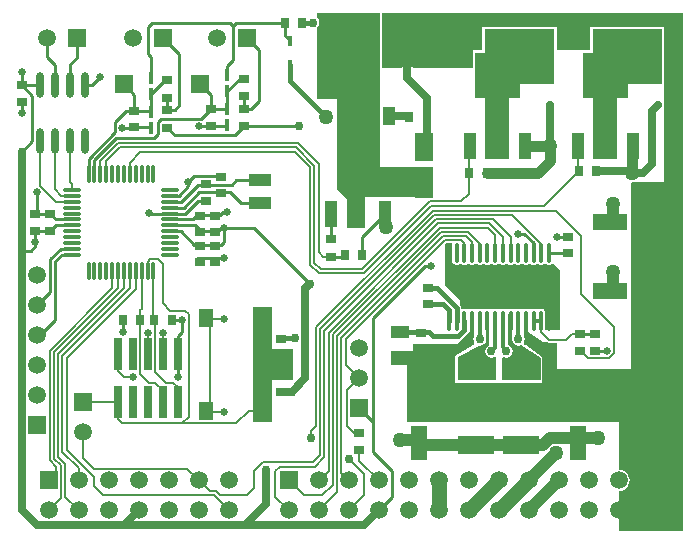
<source format=gtl>
%FSLAX25Y25*%
%MOIN*%
G70*
G01*
G75*
G04 Layer_Physical_Order=1*
G04 Layer_Color=255*
%ADD10R,0.12205X0.06299*%
%ADD11R,0.03543X0.03150*%
%ADD12R,0.03543X0.02756*%
%ADD13R,0.02756X0.03543*%
%ADD14R,0.01772X0.02362*%
%ADD15R,0.12795X0.08661*%
%ADD16R,0.03937X0.08661*%
%ADD17R,0.03937X0.05906*%
%ADD18R,0.06102X0.09646*%
%ADD19R,0.01378X0.03543*%
%ADD20R,0.01181X0.03937*%
%ADD21O,0.02362X0.08661*%
%ADD22O,0.01181X0.06299*%
%ADD23O,0.06299X0.01181*%
%ADD24R,0.20551X0.12205*%
%ADD25O,0.01378X0.06693*%
%ADD26R,0.05512X0.11811*%
%ADD27R,0.11811X0.05512*%
%ADD28R,0.02953X0.11024*%
%ADD29R,0.05118X0.06102*%
%ADD30R,0.07480X0.04331*%
%ADD31R,0.05906X0.03937*%
%ADD32C,0.01400*%
%ADD33C,0.00800*%
%ADD34C,0.01500*%
%ADD35C,0.00600*%
%ADD36C,0.03500*%
%ADD37C,0.02500*%
%ADD38C,0.01000*%
%ADD39C,0.01200*%
%ADD40C,0.03900*%
%ADD41C,0.05000*%
%ADD42R,0.05906X0.05906*%
%ADD43C,0.09055*%
%ADD44R,0.09055X0.09055*%
%ADD45C,0.05906*%
%ADD46R,0.05906X0.05906*%
%ADD47C,0.02500*%
%ADD48C,0.05000*%
%ADD49C,0.03000*%
%ADD50C,0.02000*%
G36*
X147000Y90500D02*
X147500Y90000D01*
X147696D01*
X147922Y89849D01*
X148425Y89749D01*
X148928Y89849D01*
X149154Y90000D01*
X150255D01*
X150481Y89849D01*
X150984Y89749D01*
X151487Y89849D01*
X151713Y90000D01*
X152814D01*
X153040Y89849D01*
X153543Y89749D01*
X154046Y89849D01*
X154272Y90000D01*
X155373D01*
X155599Y89849D01*
X156102Y89749D01*
X156605Y89849D01*
X156832Y90000D01*
X157932D01*
X158159Y89849D01*
X158661Y89749D01*
X159164Y89849D01*
X159391Y90000D01*
X160491D01*
X160717Y89849D01*
X161221Y89749D01*
X161723Y89849D01*
X161950Y90000D01*
X163050D01*
X163277Y89849D01*
X163779Y89749D01*
X164283Y89849D01*
X164509Y90000D01*
X165609D01*
X165836Y89849D01*
X166339Y89749D01*
X166841Y89849D01*
X167068Y90000D01*
X168168D01*
X168395Y89849D01*
X168898Y89749D01*
X169401Y89849D01*
X169627Y90000D01*
X170728D01*
X170954Y89849D01*
X171457Y89749D01*
X171960Y89849D01*
X172186Y90000D01*
X173287D01*
X173513Y89849D01*
X174016Y89749D01*
X174519Y89849D01*
X174745Y90000D01*
X175846D01*
X176072Y89849D01*
X176575Y89749D01*
X177078Y89849D01*
X177304Y90000D01*
X178405D01*
X178631Y89849D01*
X179134Y89749D01*
X179637Y89849D01*
X179863Y90000D01*
X181000D01*
X182500Y88500D01*
X183000Y88000D01*
Y68000D01*
X178159D01*
X177842Y68387D01*
X177889Y68622D01*
Y73937D01*
X177789Y74440D01*
X177504Y74866D01*
X177500Y74869D01*
Y75000D01*
X177304D01*
X177078Y75151D01*
X176575Y75251D01*
X176072Y75151D01*
X175846Y75000D01*
X174745D01*
X174519Y75151D01*
X174016Y75251D01*
X173513Y75151D01*
X173287Y75000D01*
X172315D01*
X172259Y75023D01*
X172193D01*
X172138Y75060D01*
X172079Y75072D01*
X171960Y75151D01*
X171457Y75251D01*
X170954Y75151D01*
X170835Y75072D01*
X170776Y75060D01*
X170721Y75023D01*
X170654D01*
X170598Y75000D01*
X169627D01*
X169401Y75151D01*
X168898Y75251D01*
X168395Y75151D01*
X168168Y75000D01*
X167197D01*
X167141Y75023D01*
X167075D01*
X167019Y75060D01*
X166960Y75072D01*
X166949Y75079D01*
D01*
X166841Y75151D01*
X166691Y75181D01*
X166465Y75226D01*
X166465D01*
X166339Y75251D01*
X166212Y75226D01*
X166212D01*
X165986Y75181D01*
X165836Y75151D01*
X165728Y75079D01*
D01*
X165717Y75072D01*
X165658Y75060D01*
X165602Y75023D01*
X165536D01*
X165480Y75000D01*
X164509D01*
X164283Y75151D01*
X163779Y75251D01*
X163277Y75151D01*
X163050Y75000D01*
X161950D01*
X161723Y75151D01*
X161221Y75251D01*
X160717Y75151D01*
X160491Y75000D01*
X159391D01*
X159164Y75151D01*
X158661Y75251D01*
X158159Y75151D01*
X157932Y75000D01*
X156832D01*
X156605Y75151D01*
X156102Y75251D01*
X155599Y75151D01*
X155373Y75000D01*
X154402D01*
X154346Y75023D01*
X154279D01*
X154224Y75060D01*
X154165Y75072D01*
X154046Y75151D01*
X153543Y75251D01*
X153040Y75151D01*
X152921Y75072D01*
X152862Y75060D01*
X152807Y75023D01*
X152741D01*
X152685Y75000D01*
X151713D01*
X151487Y75151D01*
X150984Y75251D01*
X150481Y75151D01*
X150255Y75000D01*
X149802D01*
Y75575D01*
X149802Y75575D01*
X149697Y76101D01*
X149500Y76396D01*
Y78000D01*
X148500Y79000D01*
X144500Y83000D01*
Y96723D01*
X144778Y97000D01*
X147000D01*
Y90500D01*
D02*
G37*
G36*
X159301Y69946D02*
X159300Y63002D01*
X159181Y62978D01*
X158486Y62514D01*
X158022Y61819D01*
X157859Y61000D01*
X158022Y60181D01*
X158486Y59486D01*
X159181Y59022D01*
X160000Y58859D01*
X160710Y59000D01*
X161500D01*
Y51500D01*
X148700D01*
Y59100D01*
X155964Y62886D01*
X156102Y62859D01*
X156922Y63022D01*
X157616Y63486D01*
X157885Y63888D01*
X158100Y64000D01*
Y64278D01*
X158244Y65000D01*
X158100Y65722D01*
Y69907D01*
X158486Y70224D01*
X158602Y70201D01*
X158914Y70263D01*
X159301Y69946D01*
D02*
G37*
G36*
X87000Y61964D02*
X94000D01*
Y51464D01*
X87000D01*
Y37464D01*
X80500D01*
Y40200D01*
X83716D01*
X84068Y40270D01*
X84365Y40469D01*
X84564Y40767D01*
X84634Y41118D01*
X84564Y41469D01*
X84365Y41767D01*
X84068Y41966D01*
X83716Y42036D01*
X80500D01*
Y75964D01*
X87000D01*
Y61964D01*
D02*
G37*
G36*
X166900Y65207D02*
X166859Y65000D01*
X167022Y64181D01*
X167486Y63486D01*
X168181Y63022D01*
X169000Y62859D01*
X169819Y63022D01*
X169875Y63059D01*
X176351Y58832D01*
Y51500D01*
X163628D01*
Y58963D01*
X164069Y59199D01*
X164181Y59124D01*
X165000Y58961D01*
X165819Y59124D01*
X166514Y59588D01*
X166978Y60283D01*
X167141Y61102D01*
X166978Y61922D01*
X166514Y62616D01*
X165819Y63081D01*
X165600Y63124D01*
Y73400D01*
X166900D01*
Y65207D01*
D02*
G37*
G36*
X181000Y150000D02*
X169500D01*
Y145500D01*
X166000D01*
Y125000D01*
X158000D01*
Y145500D01*
X154500D01*
Y160242D01*
X154500Y160242D01*
X154546Y160482D01*
X154549Y160490D01*
Y160500D01*
X154550Y160500D01*
X154550Y160500D01*
X154550D01*
X154550Y160500D01*
X158000D01*
Y168500D01*
X181000D01*
Y150000D01*
D02*
G37*
G36*
X217000Y150129D02*
X216947Y150000D01*
X205500D01*
Y145500D01*
X202000D01*
Y125000D01*
X194000D01*
Y145500D01*
X190500D01*
Y160371D01*
X190500Y160371D01*
D01*
X190500Y160371D01*
X190528Y160382D01*
X190533Y160387D01*
X190758Y160500D01*
X190758D01*
X190758Y160500D01*
X190758D01*
X194000D01*
Y168500D01*
X217000D01*
Y150129D01*
D02*
G37*
G36*
X123000Y122500D02*
X140500D01*
Y112500D01*
X118000D01*
Y109000D01*
Y102000D01*
X112000D01*
Y111500D01*
X111500Y112000D01*
X108500Y115000D01*
Y122500D01*
Y145000D01*
X102000D01*
Y168977D01*
X102014Y168986D01*
X102478Y169681D01*
X102641Y170500D01*
X102478Y171319D01*
X102014Y172014D01*
X102000Y172023D01*
Y173878D01*
X123000D01*
Y122500D01*
D02*
G37*
G36*
X223879Y1122D02*
X202500D01*
Y14417D01*
X203427Y14539D01*
X204292Y14897D01*
X205034Y15466D01*
X205603Y16208D01*
X205961Y17073D01*
X206083Y18000D01*
X205961Y18927D01*
X205603Y19792D01*
X205034Y20534D01*
X204292Y21103D01*
X203427Y21461D01*
X202500Y21583D01*
Y37500D01*
X132000D01*
Y56500D01*
X126500D01*
Y61000D01*
X134000D01*
Y63500D01*
X148500D01*
X152900Y67900D01*
Y74100D01*
X154100D01*
Y65697D01*
X153961Y65000D01*
X154100Y64302D01*
Y63200D01*
X153900Y63100D01*
X148000Y59600D01*
Y50500D01*
X177000D01*
Y59300D01*
X171500Y63300D01*
X170800D01*
Y63914D01*
X170978Y64181D01*
X171141Y65000D01*
X170978Y65819D01*
X170800Y66086D01*
Y73300D01*
X172200D01*
Y67500D01*
X177200Y64000D01*
X178700D01*
X179050Y63930D01*
X182000D01*
Y55000D01*
X206500D01*
Y117060D01*
X206876Y117390D01*
X207000Y117373D01*
X207809Y117480D01*
X207858Y117500D01*
X217500D01*
Y149705D01*
X217547Y149751D01*
X217600Y149881D01*
Y150010D01*
X217649Y150129D01*
Y168500D01*
X217500Y168861D01*
Y169000D01*
X217361D01*
X217000Y169149D01*
X194000D01*
X193639Y169000D01*
X193000D01*
Y161500D01*
X182000D01*
Y169000D01*
X181361D01*
X181000Y169149D01*
X158000D01*
X157639Y169000D01*
X157000D01*
Y161500D01*
X154000D01*
Y160818D01*
X153969Y160790D01*
X153969Y160790D01*
X153966Y160755D01*
X153949Y160739D01*
X153946Y160730D01*
X153946Y160661D01*
X153908Y160604D01*
X153862Y160364D01*
X153875Y160301D01*
X153851Y160242D01*
Y155500D01*
X133886D01*
Y160000D01*
X133743Y160722D01*
X133334Y161334D01*
X132722Y161743D01*
X132000Y161886D01*
X131278Y161743D01*
X130666Y161334D01*
X130257Y160722D01*
X130114Y160000D01*
Y155500D01*
X123649D01*
Y173878D01*
X223879D01*
Y1122D01*
D02*
G37*
D10*
X170000Y55295D02*
D03*
Y29705D02*
D03*
X155000Y55295D02*
D03*
Y29705D02*
D03*
D11*
X136500Y61744D02*
D03*
Y67256D02*
D03*
X139000Y76744D02*
D03*
Y82256D02*
D03*
X66500Y136244D02*
D03*
Y141756D02*
D03*
X41000Y135744D02*
D03*
Y141256D02*
D03*
X3500Y144244D02*
D03*
Y149756D02*
D03*
X63000Y100744D02*
D03*
Y106256D02*
D03*
X68000Y100744D02*
D03*
Y106256D02*
D03*
Y90744D02*
D03*
Y96256D02*
D03*
X63000Y90744D02*
D03*
Y96256D02*
D03*
X13000Y106756D02*
D03*
Y101244D02*
D03*
X8000Y106756D02*
D03*
Y101244D02*
D03*
X90000Y59744D02*
D03*
Y65256D02*
D03*
X65000Y116756D02*
D03*
Y111244D02*
D03*
X70000Y113744D02*
D03*
Y119256D02*
D03*
X185500Y99256D02*
D03*
Y93744D02*
D03*
X194500Y61244D02*
D03*
Y66756D02*
D03*
D12*
X116000Y33953D02*
D03*
Y28047D02*
D03*
X77500Y141953D02*
D03*
Y136047D02*
D03*
Y151953D02*
D03*
Y146047D02*
D03*
X52000Y141453D02*
D03*
Y135547D02*
D03*
Y151453D02*
D03*
Y145547D02*
D03*
X90000Y53453D02*
D03*
Y47547D02*
D03*
X189500Y66953D02*
D03*
Y61047D02*
D03*
X106500Y92547D02*
D03*
Y98453D02*
D03*
D13*
X194953Y121000D02*
D03*
X189047D02*
D03*
X158453Y120500D02*
D03*
X152547D02*
D03*
X111047Y93000D02*
D03*
X116953D02*
D03*
X132547Y139000D02*
D03*
X138453D02*
D03*
X91047Y170500D02*
D03*
X96953D02*
D03*
X37047Y71500D02*
D03*
X42953D02*
D03*
X53453Y71500D02*
D03*
X47547D02*
D03*
D14*
X215500Y152000D02*
D03*
Y143000D02*
D03*
X179500Y152000D02*
D03*
Y143000D02*
D03*
D15*
X198000Y152614D02*
D03*
X162000D02*
D03*
X115500Y130114D02*
D03*
D16*
X207055Y129386D02*
D03*
X198000D02*
D03*
X188945D02*
D03*
X171055D02*
D03*
X162000D02*
D03*
X152945D02*
D03*
X124555Y106886D02*
D03*
X115500D02*
D03*
X106445D02*
D03*
D17*
X117177Y139350D02*
D03*
X125839D02*
D03*
D18*
X137500Y116898D02*
D03*
Y129102D02*
D03*
D19*
X93000Y164437D02*
D03*
Y156563D02*
D03*
D20*
X72000Y141657D02*
D03*
Y136343D02*
D03*
X46500Y152157D02*
D03*
Y146843D02*
D03*
Y140657D02*
D03*
Y135343D02*
D03*
X72000Y153157D02*
D03*
Y147843D02*
D03*
D21*
X9500Y131051D02*
D03*
X14500D02*
D03*
X19500D02*
D03*
X24500D02*
D03*
X9500Y149949D02*
D03*
X14500D02*
D03*
X19500D02*
D03*
X24500D02*
D03*
D22*
X47327Y87760D02*
D03*
X45358D02*
D03*
X43390D02*
D03*
X41421D02*
D03*
X39453D02*
D03*
X37484D02*
D03*
X35516D02*
D03*
X33547D02*
D03*
X31579D02*
D03*
X29610D02*
D03*
X27642D02*
D03*
X25673D02*
D03*
Y120240D02*
D03*
X27642D02*
D03*
X29610D02*
D03*
X31579D02*
D03*
X33547D02*
D03*
X35516D02*
D03*
X37484D02*
D03*
X39453D02*
D03*
X41421D02*
D03*
X43390D02*
D03*
X45358D02*
D03*
X47327D02*
D03*
D23*
X20260Y93173D02*
D03*
Y95142D02*
D03*
Y97110D02*
D03*
Y99079D02*
D03*
Y101047D02*
D03*
Y103016D02*
D03*
Y104984D02*
D03*
Y106953D02*
D03*
Y108921D02*
D03*
Y110890D02*
D03*
Y112858D02*
D03*
Y114827D02*
D03*
X52740D02*
D03*
Y112858D02*
D03*
Y110890D02*
D03*
Y108921D02*
D03*
Y106953D02*
D03*
Y104984D02*
D03*
Y103016D02*
D03*
Y101047D02*
D03*
Y99079D02*
D03*
Y97110D02*
D03*
Y95142D02*
D03*
Y93173D02*
D03*
D24*
X162500Y82500D02*
D03*
D25*
X179134Y93721D02*
D03*
X176575D02*
D03*
X174016D02*
D03*
X171457D02*
D03*
X168898D02*
D03*
X166339D02*
D03*
X163779D02*
D03*
X161221D02*
D03*
X158661D02*
D03*
X156102D02*
D03*
X153543D02*
D03*
X150984D02*
D03*
X148425D02*
D03*
X145866D02*
D03*
X179134Y71280D02*
D03*
X176575D02*
D03*
X174016D02*
D03*
X171457D02*
D03*
X168898D02*
D03*
X166339D02*
D03*
X163779D02*
D03*
X161221D02*
D03*
X158661D02*
D03*
X156102D02*
D03*
X153543D02*
D03*
X150984D02*
D03*
X148425D02*
D03*
X145866D02*
D03*
D26*
X136000Y48555D02*
D03*
Y30445D02*
D03*
X189000Y48555D02*
D03*
Y30445D02*
D03*
D27*
X217555Y104000D02*
D03*
X199445D02*
D03*
X217555Y81000D02*
D03*
X199445D02*
D03*
D28*
X55464Y59992D02*
D03*
Y44008D02*
D03*
X50464Y59992D02*
D03*
Y44008D02*
D03*
X45464Y59992D02*
D03*
Y44008D02*
D03*
X40464Y59992D02*
D03*
Y44008D02*
D03*
X35464Y59992D02*
D03*
Y44008D02*
D03*
D29*
X65000Y72256D02*
D03*
X82717D02*
D03*
X65000Y41153D02*
D03*
X82717D02*
D03*
D30*
X83000Y118000D02*
D03*
Y110323D02*
D03*
D31*
X129500Y58787D02*
D03*
Y67449D02*
D03*
D32*
X168898Y65298D02*
Y71280D01*
X168800Y65200D02*
X169000Y65000D01*
X161221Y62221D02*
Y71280D01*
X160000Y61000D02*
X161221Y62221D01*
X163779Y62323D02*
X165000Y61102D01*
X163779Y62323D02*
Y71280D01*
X156102Y65000D02*
Y71280D01*
D33*
X116917Y88400D02*
X139517Y111000D01*
X103100Y88400D02*
X116917D01*
X101000Y90500D02*
X103100Y88400D01*
X117497Y87000D02*
X139997Y109500D01*
X102520Y87000D02*
X117497D01*
X99600Y89920D02*
X102520Y87000D01*
X30500Y13000D02*
X67500D01*
X27500Y16000D02*
X30500Y13000D01*
X27500Y16000D02*
Y18980D01*
X18400Y28080D02*
X27500Y18980D01*
X69500Y13000D02*
X78500D01*
X68100Y14400D02*
X69500Y13000D01*
X66100Y14400D02*
X68100D01*
X62500Y18000D02*
X66100Y14400D01*
X67500Y13000D02*
X72500Y8000D01*
X41421Y81921D02*
Y87760D01*
X18400Y58900D02*
X41421Y81921D01*
X18400Y28080D02*
Y58900D01*
X39453Y82013D02*
Y87760D01*
X17000Y59560D02*
X39453Y82013D01*
X37484Y82025D02*
Y87760D01*
X15600Y60140D02*
X37484Y82025D01*
X35516Y82036D02*
Y87760D01*
X14200Y60720D02*
X35516Y82036D01*
X33547Y82047D02*
Y87760D01*
X12800Y61300D02*
X33547Y82047D01*
X17000Y27500D02*
Y59560D01*
X15600Y25880D02*
Y60140D01*
X14200Y25300D02*
Y60720D01*
X12800Y24720D02*
Y61300D01*
X45980Y50520D02*
X47980D01*
X42953Y53547D02*
X45980Y50520D01*
X42953Y53547D02*
Y75000D01*
X47980Y50520D02*
X50464Y48036D01*
Y44008D02*
Y48036D01*
X102500Y94000D02*
Y123440D01*
X111500Y56500D02*
X116000Y52000D01*
X17900Y12600D02*
X22500Y8000D01*
X112000Y48000D02*
X116000Y52000D01*
X112000Y36000D02*
Y48000D01*
Y36000D02*
X114047Y33953D01*
X116000D01*
X176575Y93721D02*
Y96925D01*
X88000Y12500D02*
Y21000D01*
Y12500D02*
X92500Y8000D01*
X102500Y18000D02*
X105700Y21200D01*
X103500Y13000D02*
X107100Y16600D01*
X102500Y8000D02*
X108500Y14000D01*
X97500Y13000D02*
X103500D01*
X92500Y18000D02*
X97500Y13000D01*
X156102Y93721D02*
Y96898D01*
X153543Y93721D02*
Y97437D01*
X39453Y120240D02*
Y123953D01*
X184950Y64950D02*
X186953Y66953D01*
X179050Y64950D02*
X184950D01*
X186953Y66953D02*
X189500D01*
X176575Y67425D02*
X179050Y64950D01*
X176575Y67425D02*
Y71280D01*
X12500Y8000D02*
X16500Y12000D01*
X58547Y21953D02*
X62500Y18000D01*
X158602Y71220D02*
X158661Y71280D01*
X31579Y120240D02*
Y124478D01*
X29610Y120240D02*
Y124489D01*
X179386Y129386D02*
X179500Y129500D01*
X188945Y121102D02*
X189047Y121000D01*
X188945Y121102D02*
Y129386D01*
X152547Y128988D02*
X152945Y129386D01*
X152547Y120500D02*
Y128988D01*
X102500Y94000D02*
X103953Y92547D01*
X106500D01*
X37500Y52500D02*
X40500D01*
X35464Y54536D02*
X37500Y52500D01*
X35464Y54536D02*
Y59992D01*
X47547Y70500D02*
X47988Y70059D01*
X55464Y44008D02*
Y49036D01*
X47327Y71500D02*
Y87760D01*
X43390Y75000D02*
Y87760D01*
X53980Y50520D02*
X55464Y49036D01*
X111500Y56500D02*
Y65164D01*
X81000Y21035D02*
X83965Y24000D01*
X88000Y21000D02*
X89600Y22600D01*
X166339Y93721D02*
Y99161D01*
X163779Y93721D02*
Y99221D01*
X161221Y93721D02*
Y99779D01*
X150984Y93721D02*
Y97016D01*
X111500Y65164D02*
X144436Y98100D01*
X149900D01*
X150984Y97016D01*
X109900Y65544D02*
X143856Y99500D01*
X151480D01*
X153543Y97437D01*
X108500Y66124D02*
X143276Y100900D01*
X152100D01*
X156102Y96898D01*
X107100Y66704D02*
X142696Y102300D01*
X158700D01*
X161221Y99779D01*
X105700Y67284D02*
X142116Y103700D01*
X159300D01*
X163779Y99221D01*
X104300Y67864D02*
X141536Y105100D01*
X160400D01*
X166339Y99161D01*
X102900Y68444D02*
X140956Y106500D01*
X167000D01*
X176575Y96925D01*
X177547Y109500D02*
X189047Y121000D01*
X139997Y109500D02*
X177547D01*
X139517Y111000D02*
X150000D01*
X152547Y113547D01*
Y120500D01*
X9500Y116182D02*
Y131051D01*
Y116182D02*
X14792Y110890D01*
X20260D01*
X16642Y112858D02*
X20260D01*
X14500Y115000D02*
X16642Y112858D01*
X14500Y115000D02*
Y131051D01*
X20260Y114827D02*
Y116740D01*
X19500Y117500D02*
X20260Y116740D01*
X19500Y117500D02*
Y131051D01*
X108500Y14000D02*
Y66124D01*
X107100Y16600D02*
Y66704D01*
X105700Y21200D02*
Y67284D01*
X89600Y22600D02*
X101100D01*
X104300Y25800D01*
Y67864D01*
X100520Y24000D02*
X102900Y26380D01*
Y68444D01*
X83965Y24000D02*
X100520D01*
X78500Y13000D02*
X81000Y15500D01*
Y21035D01*
X116000Y24500D02*
Y28047D01*
Y24500D02*
X122500Y18000D01*
X109900Y20600D02*
Y65544D01*
Y20600D02*
X112500Y18000D01*
Y8000D02*
X117500Y13000D01*
Y20000D01*
X112500Y25000D02*
X117500Y20000D01*
X100000Y32000D02*
Y34500D01*
X101500Y36000D01*
Y69024D01*
X140376Y107900D01*
X199107Y58669D02*
X200750Y60312D01*
X140376Y107900D02*
X181617D01*
X189500Y61047D02*
X189936D01*
X192314Y58669D01*
X199107D01*
X200750Y60312D02*
Y69250D01*
X190000Y80000D02*
X200750Y69250D01*
X190000Y80000D02*
Y99517D01*
X181617Y107900D02*
X190000Y99517D01*
X31579Y124478D02*
X36101Y129000D01*
X94960D01*
X101000Y122960D01*
X35521Y130400D02*
X95540D01*
X29610Y124489D02*
X35521Y130400D01*
X95540D02*
X102500Y123440D01*
X39453Y123953D02*
X43000Y127500D01*
X94480D01*
X99600Y122380D01*
X12500Y18000D02*
X15000Y20500D01*
X12800Y24720D02*
X15000Y22520D01*
Y20500D02*
Y22520D01*
X14200Y25300D02*
X16500Y23000D01*
Y12000D02*
Y23000D01*
X15600Y25880D02*
X17900Y23580D01*
Y12600D02*
Y23580D01*
X17000Y27500D02*
X22500Y22000D01*
Y18000D02*
Y22000D01*
X24000Y25500D02*
Y34000D01*
Y25500D02*
X27547Y21953D01*
X58547D01*
X101000Y90500D02*
Y122960D01*
X99600Y89920D02*
Y122380D01*
X47988Y54066D02*
X51534Y50520D01*
X47988Y54066D02*
Y71500D01*
X51534Y50520D02*
X53980D01*
D34*
X148425Y71280D02*
Y75575D01*
X141744Y82256D02*
X148425Y75575D01*
X139000Y82256D02*
X141744D01*
X145866Y71280D02*
Y74634D01*
X143756Y76744D02*
X145866Y74634D01*
X139000Y76744D02*
X143756D01*
X149000Y66000D02*
X150984Y67984D01*
Y71280D01*
X96953Y170500D02*
X100500D01*
X93000Y151000D02*
X105000Y139000D01*
X93000Y151000D02*
Y156563D01*
X90244Y65500D02*
X94500D01*
X129500Y67453D02*
X139047D01*
X140500Y66000D01*
X149000D01*
D35*
X48691Y91809D02*
X50500Y90000D01*
Y77000D02*
Y90000D01*
Y77000D02*
X53000Y74500D01*
X58000D01*
X57000Y37000D02*
X59150Y39150D01*
Y73350D01*
X58000Y74500D02*
X59150Y73350D01*
X45358Y90858D02*
X46309Y91809D01*
X48691D01*
X45358Y87760D02*
Y90858D01*
X79118Y41118D02*
X83716D01*
X75000Y37000D02*
X79118Y41118D01*
X57000Y37000D02*
X75000D01*
X35464Y38536D02*
X37000Y37000D01*
X57000D01*
X45464Y59992D02*
X45500Y60028D01*
Y67000D01*
X50464Y59992D02*
X50500Y60028D01*
Y67000D01*
X66154Y40964D02*
Y71964D01*
X66256D02*
X71000D01*
X66000Y72220D02*
X66154Y72067D01*
Y40964D02*
X71000D01*
X24000Y44000D02*
X35456D01*
X35464Y38536D02*
Y44000D01*
D36*
X206500Y121000D02*
X207000Y120500D01*
X158453Y120500D02*
X175500D01*
X179386Y124386D01*
Y129386D01*
X207000Y120500D02*
Y128831D01*
X171055Y129386D02*
X179386D01*
D37*
X194953Y121000D02*
X206500D01*
X38000Y3000D02*
X78000D01*
X125839Y139350D02*
X132197D01*
X138453Y139000D02*
Y145547D01*
Y130055D02*
Y139000D01*
X132000Y152000D02*
X138453Y145547D01*
X132000Y152000D02*
Y160000D01*
X185476Y93721D02*
X185500Y93744D01*
X179500Y129500D02*
Y143000D01*
X3500Y94500D02*
Y127500D01*
X207000Y120500D02*
X210500D01*
X213500Y123500D01*
Y141000D01*
X215500Y143000D01*
X85000Y10000D02*
Y21500D01*
X90000Y47547D02*
X93488D01*
X117500Y3000D02*
X122500Y8000D01*
X78000Y3000D02*
X85000Y10000D01*
X78000Y3000D02*
X117500D01*
X93488Y47547D02*
X98000Y52059D01*
Y82000D01*
X99500Y83500D01*
X3500Y8000D02*
Y94500D01*
Y8000D02*
X8500Y3000D01*
X37500D01*
X42500Y8000D01*
D38*
X194500Y61244D02*
X198500D01*
X179134Y93721D02*
X185476D01*
X38256Y141256D02*
X41000D01*
X34500Y137500D02*
X38256Y141256D01*
X34500Y134000D02*
Y137500D01*
X25673Y125173D02*
X34500Y134000D01*
X25673Y120240D02*
Y125173D01*
X27642Y120240D02*
Y124642D01*
X63244Y138500D02*
X66500Y141756D01*
X50000Y138500D02*
X63244D01*
X49000Y137500D02*
X50000Y138500D01*
X49000Y133500D02*
Y137500D01*
X106500Y92547D02*
Y92961D01*
X57000Y67500D02*
Y71500D01*
X55500Y66000D02*
X57000Y67500D01*
X8000Y97500D02*
Y101256D01*
X3500Y94500D02*
X6500D01*
X8000Y96000D01*
Y97500D01*
X3500Y127500D02*
X7000Y131000D01*
Y146256D01*
X3500Y149756D02*
X7000Y146256D01*
X8500Y106756D02*
X13000D01*
X8500Y107256D02*
Y114000D01*
X12900Y91663D02*
X16379Y95142D01*
X12900Y80900D02*
Y91663D01*
X8500Y76500D02*
X12900Y80900D01*
X14500Y91000D02*
X16673Y93173D01*
X14500Y71500D02*
Y91000D01*
X9500Y66500D02*
X14500Y71500D01*
X16379Y95142D02*
X20260D01*
X16673Y93173D02*
X20260D01*
X8500Y66500D02*
X9500D01*
X3500Y140500D02*
X3500Y140500D01*
X3500Y140500D02*
Y144244D01*
X52000Y135547D02*
X54547Y133000D01*
X74453D01*
X77500Y136047D01*
X46098Y135744D02*
X46500Y135343D01*
X41000Y135744D02*
X46098D01*
X71902Y136244D02*
X72000Y136343D01*
X66500Y136244D02*
X71902D01*
X66256Y136000D02*
X66500Y136244D01*
X62500Y136000D02*
X66256D01*
X40756Y135500D02*
X41000Y135744D01*
X37000Y135500D02*
X40756D01*
X77500Y136047D02*
X95953D01*
X116953Y99283D02*
X124555Y106886D01*
X116953Y93000D02*
Y99283D01*
X106445Y106886D02*
X106500Y106831D01*
Y98453D02*
Y106831D01*
Y92547D02*
X110594D01*
X46500Y152157D02*
Y159000D01*
X45500Y160000D02*
X46500Y159000D01*
X45500Y160000D02*
Y169000D01*
X47000Y170500D01*
X73000D01*
X74000Y169500D01*
X72000Y153157D02*
Y156000D01*
X74000Y158000D01*
Y169500D01*
X75000Y170500D01*
X91047D01*
Y166390D02*
X93000Y164437D01*
X91047Y166390D02*
Y170500D01*
X82500Y144500D02*
Y161500D01*
X79953Y141953D02*
X82500Y144500D01*
X77500Y141953D02*
X79953D01*
X78500Y165500D02*
X82500Y161500D01*
X52000Y141453D02*
X54453D01*
X56000Y143000D01*
Y160000D01*
X50500Y165500D02*
X56000Y160000D01*
X12000Y159000D02*
Y165500D01*
X14500Y149949D02*
Y156500D01*
X12000Y159000D02*
X14500Y156500D01*
X22000Y159000D02*
Y165500D01*
X19500Y156500D02*
X22000Y159000D01*
X19500Y149949D02*
Y156500D01*
X63000Y150000D02*
X66500Y146500D01*
Y141756D02*
Y146500D01*
X41000Y141256D02*
Y146500D01*
X37500Y150000D02*
X41000Y146500D01*
X71902Y141756D02*
X72000Y141657D01*
X66500Y141756D02*
X71902D01*
X77500Y141953D02*
Y146047D01*
X76110Y151953D02*
X77500D01*
X72000Y147843D02*
X76110Y151953D01*
X72000Y141657D02*
Y147843D01*
X45902Y141256D02*
X46500Y140657D01*
X41000Y141256D02*
X45902D01*
X52000Y141453D02*
Y145547D01*
X51110Y151453D02*
X52000D01*
X46500Y146843D02*
X51110Y151453D01*
X46500Y140657D02*
Y146843D01*
X26949Y149949D02*
X29500Y152500D01*
X24500Y149949D02*
X26949D01*
X3500Y149756D02*
X3500Y149756D01*
Y154000D01*
X3500Y149756D02*
X9307D01*
X14772Y103016D02*
X20260D01*
X14772Y104984D02*
X20260D01*
X46000Y107000D02*
X46047Y106953D01*
X52740D01*
X60484Y104984D02*
X62000Y106500D01*
X52740Y104984D02*
X60484D01*
X52740Y110890D02*
X56627D01*
X55858Y112858D02*
X59000Y116000D01*
X52740Y112858D02*
X55858D01*
X52740Y103016D02*
X61228D01*
X37047Y67547D02*
Y71500D01*
X57000Y71500D02*
X57000Y71500D01*
X53453Y71500D02*
X57000D01*
X55500Y52500D02*
Y66000D01*
X7744Y106500D02*
X8000Y106756D01*
X62244Y92000D02*
X71000D01*
X62000Y92244D02*
X62244Y92000D01*
X59000Y116000D02*
Y117500D01*
X13000Y106756D02*
X14772Y104984D01*
X13000Y101244D02*
X14772Y103016D01*
X8000Y101244D02*
X13000D01*
X189697Y66756D02*
X194500D01*
X116000Y42000D02*
X120500Y37500D01*
Y72043D01*
X137957Y89500D01*
X140000D01*
X174016Y93721D02*
Y96984D01*
X171000Y100000D02*
X174016Y96984D01*
X169000Y100000D02*
X171000D01*
X181756Y99256D02*
X185500D01*
X120500Y27500D02*
X127000Y21000D01*
Y12500D02*
Y21000D01*
X122500Y8000D02*
X127000Y12500D01*
X120500Y27500D02*
Y37500D01*
X27642Y124642D02*
X35000Y132000D01*
X47500D01*
X49000Y133500D01*
X71000Y102000D02*
X81000D01*
X99500Y83500D01*
X52740Y108921D02*
X57421D01*
X62500Y114000D01*
X73000D01*
X76500Y110500D01*
X59000Y117500D02*
X60931Y119431D01*
X69325D01*
X70000Y118756D01*
X69500Y106500D02*
X70500Y107500D01*
X72000D01*
X52740Y106953D02*
X57715D01*
X62007Y111244D01*
X65000D01*
X62000Y106500D02*
X69500D01*
X70000Y96500D02*
X71000Y97500D01*
Y102000D01*
X52740Y101047D02*
X56453D01*
X61000Y96500D01*
X70000D01*
X61228Y103016D02*
X63244Y101000D01*
X69000D01*
X70000Y102000D01*
X71000D01*
X56627Y110890D02*
X62237Y116500D01*
X73500D01*
X75000Y118000D01*
X83000D01*
X76500Y110500D02*
X82000D01*
X83500Y109000D01*
D39*
X174016Y71280D02*
X176575D01*
D40*
X172500Y18000D02*
X181500Y27000D01*
X155000Y29705D02*
X170000D01*
X136740D02*
X155000D01*
X136000Y30445D02*
X136740Y29705D01*
X170000D02*
X177063D01*
X179408Y32050D01*
X183592D01*
X183642Y32000D01*
X187445D01*
X189000Y30445D01*
X190555Y32000D01*
X195500D01*
X129500Y31500D02*
X134945D01*
X200500Y82055D02*
Y87500D01*
Y105055D02*
Y110000D01*
X172500Y8000D02*
X182500Y18000D01*
D41*
X162500Y8000D02*
X172500Y18000D01*
X152500Y8000D02*
X162500Y18000D01*
X142500Y8000D02*
Y18000D01*
D42*
X37500Y150000D02*
D03*
X63000D02*
D03*
X22000Y165500D02*
D03*
X78500D02*
D03*
X50500D02*
D03*
X189000D02*
D03*
X153000D02*
D03*
X12500Y18000D02*
D03*
X92500D02*
D03*
D43*
X112000Y160000D02*
D03*
D44*
X132000D02*
D03*
D45*
X12000Y165500D02*
D03*
X68500D02*
D03*
X40500D02*
D03*
X8500Y46500D02*
D03*
Y56500D02*
D03*
Y66500D02*
D03*
Y76500D02*
D03*
Y86500D02*
D03*
X199000Y165500D02*
D03*
X163000D02*
D03*
X116000Y52000D02*
D03*
Y62000D02*
D03*
X24000Y34000D02*
D03*
X72500Y8000D02*
D03*
Y18000D02*
D03*
X62500Y8000D02*
D03*
Y18000D02*
D03*
X52500Y8000D02*
D03*
Y18000D02*
D03*
X42500Y8000D02*
D03*
Y18000D02*
D03*
X32500Y8000D02*
D03*
Y18000D02*
D03*
X22500Y8000D02*
D03*
Y18000D02*
D03*
X12500Y8000D02*
D03*
X212500D02*
D03*
Y18000D02*
D03*
X202500Y8000D02*
D03*
Y18000D02*
D03*
X192500Y8000D02*
D03*
Y18000D02*
D03*
X182500Y8000D02*
D03*
Y18000D02*
D03*
X172500Y8000D02*
D03*
Y18000D02*
D03*
X162500Y8000D02*
D03*
Y18000D02*
D03*
X152500Y8000D02*
D03*
Y18000D02*
D03*
X142500Y8000D02*
D03*
Y18000D02*
D03*
X132500Y8000D02*
D03*
Y18000D02*
D03*
X122500Y8000D02*
D03*
Y18000D02*
D03*
X112500Y8000D02*
D03*
Y18000D02*
D03*
X102500Y8000D02*
D03*
Y18000D02*
D03*
X92500Y8000D02*
D03*
D46*
X8500Y36500D02*
D03*
X116000Y42000D02*
D03*
X24000Y44000D02*
D03*
D47*
X37047Y67547D02*
D03*
X3500Y140500D02*
D03*
X62500Y136000D02*
D03*
X37000Y135500D02*
D03*
X29500Y152500D02*
D03*
X3500Y154000D02*
D03*
X40500Y52500D02*
D03*
X57000Y71500D02*
D03*
X45500Y67000D02*
D03*
X50500D02*
D03*
X55500Y52500D02*
D03*
X71000Y71964D02*
D03*
Y40964D02*
D03*
X8000Y97500D02*
D03*
X8500Y114000D02*
D03*
X71000Y92000D02*
D03*
Y102000D02*
D03*
X72000Y107500D02*
D03*
X59000Y117500D02*
D03*
X46000Y107000D02*
D03*
X198500Y61244D02*
D03*
X140000Y89500D02*
D03*
X169000Y100000D02*
D03*
X181756Y99256D02*
D03*
D48*
X207000Y120500D02*
D03*
X105000Y139000D02*
D03*
X181500Y27000D02*
D03*
X179386Y129386D02*
D03*
X125000Y102500D02*
D03*
X195500Y32000D02*
D03*
X129500Y31500D02*
D03*
X200500Y87500D02*
D03*
Y110000D02*
D03*
D49*
X100500Y170500D02*
D03*
X165000Y61102D02*
D03*
X169000Y65000D02*
D03*
X160000Y61000D02*
D03*
X156102Y65000D02*
D03*
X99500Y83500D02*
D03*
X3500Y94500D02*
D03*
Y127500D02*
D03*
X95953Y136047D02*
D03*
X85000Y21500D02*
D03*
X93488Y47547D02*
D03*
X94500Y65500D02*
D03*
X112500Y25000D02*
D03*
X100000Y32000D02*
D03*
D50*
X171161Y86831D02*
D03*
Y82500D02*
D03*
Y78169D02*
D03*
X166831Y86831D02*
D03*
Y82500D02*
D03*
Y78169D02*
D03*
X162500Y86831D02*
D03*
Y82500D02*
D03*
Y78169D02*
D03*
X158169Y86831D02*
D03*
Y82500D02*
D03*
Y78169D02*
D03*
X153839Y86831D02*
D03*
Y82500D02*
D03*
Y78169D02*
D03*
M02*

</source>
